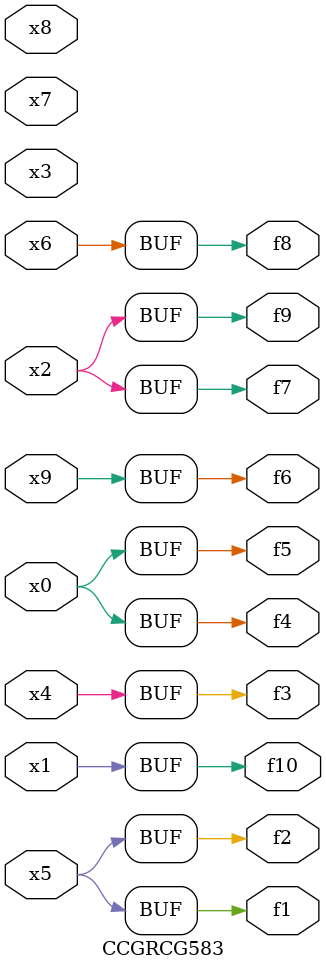
<source format=v>
module CCGRCG583(
	input x0, x1, x2, x3, x4, x5, x6, x7, x8, x9,
	output f1, f2, f3, f4, f5, f6, f7, f8, f9, f10
);
	assign f1 = x5;
	assign f2 = x5;
	assign f3 = x4;
	assign f4 = x0;
	assign f5 = x0;
	assign f6 = x9;
	assign f7 = x2;
	assign f8 = x6;
	assign f9 = x2;
	assign f10 = x1;
endmodule

</source>
